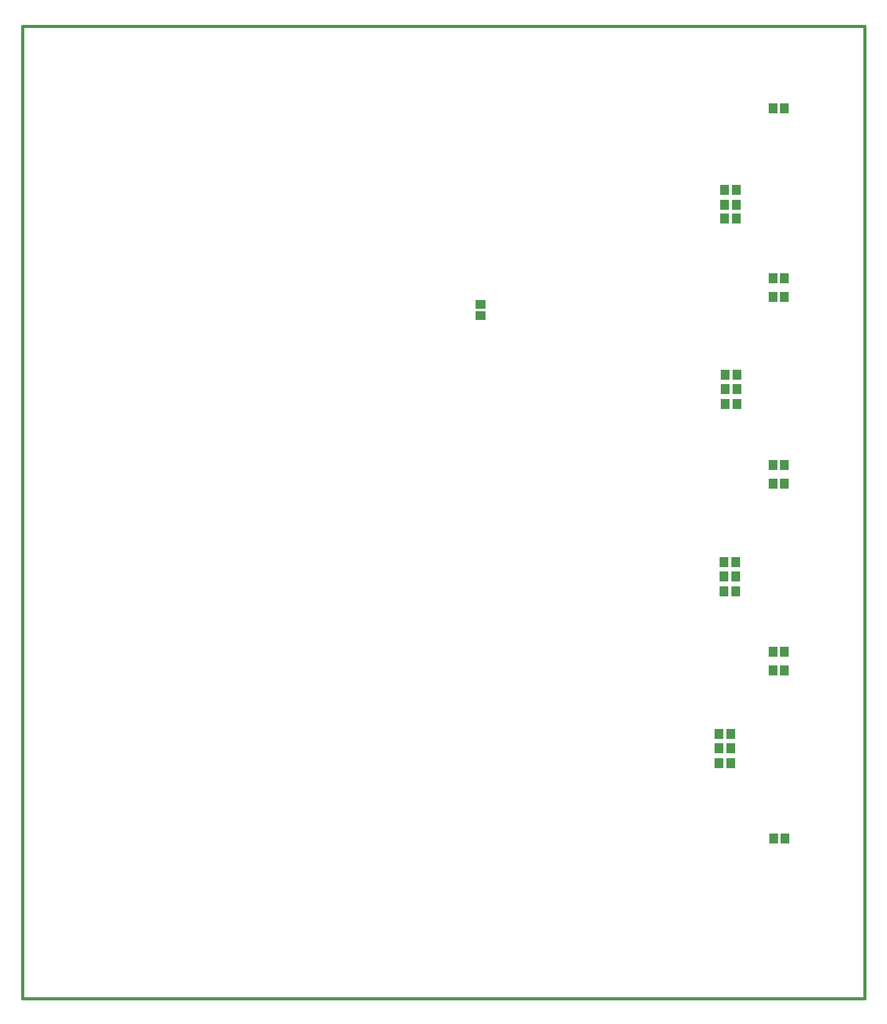
<source format=gbp>
G04 (created by PCBNEW-RS274X (2011-07-14 BZR 3049)-stable) date Fri 15 Jul 2011 10:43:33 AM CEST*
G01*
G70*
G90*
%MOIN*%
G04 Gerber Fmt 3.4, Leading zero omitted, Abs format*
%FSLAX34Y34*%
G04 APERTURE LIST*
%ADD10C,0.006000*%
%ADD11C,0.015000*%
%ADD12R,0.057000X0.047200*%
%ADD13R,0.047200X0.057000*%
G04 APERTURE END LIST*
G54D10*
G54D11*
X12008Y-66043D02*
X12008Y-13976D01*
X57087Y-66043D02*
X12008Y-66043D01*
X57087Y-13976D02*
X57087Y-66043D01*
X56988Y-13976D02*
X57087Y-13976D01*
X12008Y-13976D02*
X56988Y-13976D01*
G54D12*
X36550Y-28900D03*
X36550Y-29500D03*
G54D13*
X52200Y-18400D03*
X52800Y-18400D03*
X52800Y-27500D03*
X52200Y-27500D03*
X52200Y-28500D03*
X52800Y-28500D03*
X52800Y-37500D03*
X52200Y-37500D03*
X52200Y-38500D03*
X52800Y-38500D03*
X52800Y-47500D03*
X52200Y-47500D03*
X52200Y-48500D03*
X52800Y-48500D03*
X52850Y-57500D03*
X52250Y-57500D03*
X50240Y-22750D03*
X49590Y-24300D03*
X49590Y-22750D03*
X50240Y-23550D03*
X49590Y-23550D03*
X50240Y-24300D03*
X49620Y-34210D03*
X50270Y-32660D03*
X50270Y-34210D03*
X49620Y-33410D03*
X50270Y-33410D03*
X49620Y-32660D03*
X49560Y-44250D03*
X50210Y-42700D03*
X50210Y-44250D03*
X49560Y-43450D03*
X50210Y-43450D03*
X49560Y-42700D03*
X49300Y-53450D03*
X49950Y-51900D03*
X49950Y-53450D03*
X49300Y-52650D03*
X49950Y-52650D03*
X49300Y-51900D03*
M02*

</source>
